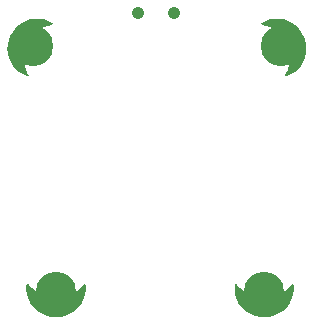
<source format=gbr>
G04 EAGLE Gerber RS-274X export*
G75*
%MOMM*%
%FSLAX34Y34*%
%LPD*%
%INSoldermask Bottom*%
%IPPOS*%
%AMOC8*
5,1,8,0,0,1.08239X$1,22.5*%
G01*
%ADD10C,3.419200*%
%ADD11C,1.053200*%

G36*
X255396Y3327D02*
X255396Y3327D01*
X255486Y3345D01*
X255550Y3348D01*
X259099Y4109D01*
X259185Y4141D01*
X259248Y4154D01*
X262639Y5449D01*
X262719Y5493D01*
X262780Y5516D01*
X265932Y7314D01*
X265946Y7325D01*
X265961Y7332D01*
X266010Y7373D01*
X266061Y7401D01*
X268902Y9661D01*
X268964Y9727D01*
X269016Y9767D01*
X271477Y12433D01*
X271529Y12508D01*
X271574Y12556D01*
X273599Y15568D01*
X273639Y15649D01*
X273676Y15703D01*
X275217Y18989D01*
X275243Y19076D01*
X275272Y19135D01*
X276292Y22618D01*
X276305Y22708D01*
X276324Y22770D01*
X276800Y26368D01*
X276799Y26460D01*
X276809Y26524D01*
X276729Y30152D01*
X276720Y30206D01*
X276721Y30260D01*
X276697Y30345D01*
X276683Y30433D01*
X276660Y30482D01*
X276646Y30534D01*
X276599Y30609D01*
X276561Y30690D01*
X276525Y30730D01*
X276497Y30776D01*
X276431Y30836D01*
X276373Y30903D01*
X276327Y30931D01*
X276287Y30968D01*
X276208Y31007D01*
X276133Y31055D01*
X276081Y31070D01*
X276032Y31094D01*
X275945Y31110D01*
X275860Y31135D01*
X275806Y31135D01*
X275753Y31145D01*
X275664Y31135D01*
X275576Y31136D01*
X275524Y31121D01*
X275470Y31115D01*
X275388Y31082D01*
X275302Y31058D01*
X275256Y31029D01*
X275206Y31009D01*
X275151Y30964D01*
X275061Y30907D01*
X274998Y30838D01*
X274947Y30796D01*
X272192Y27621D01*
X269068Y24918D01*
X265591Y22686D01*
X261833Y20972D01*
X257869Y19809D01*
X253780Y19222D01*
X249648Y19222D01*
X245559Y19809D01*
X241595Y20972D01*
X237837Y22686D01*
X234360Y24918D01*
X231236Y27621D01*
X228481Y30796D01*
X228440Y30831D01*
X228406Y30873D01*
X228333Y30924D01*
X228266Y30982D01*
X228217Y31005D01*
X228173Y31036D01*
X228089Y31064D01*
X228008Y31102D01*
X227955Y31110D01*
X227904Y31127D01*
X227815Y31132D01*
X227727Y31145D01*
X227674Y31138D01*
X227620Y31141D01*
X227533Y31120D01*
X227445Y31109D01*
X227396Y31088D01*
X227343Y31075D01*
X227266Y31031D01*
X227184Y30996D01*
X227143Y30962D01*
X227096Y30935D01*
X227034Y30872D01*
X226965Y30815D01*
X226935Y30771D01*
X226897Y30732D01*
X226855Y30654D01*
X226804Y30581D01*
X226787Y30530D01*
X226762Y30482D01*
X226748Y30412D01*
X226715Y30311D01*
X226711Y30217D01*
X226699Y30152D01*
X226619Y26524D01*
X226630Y26433D01*
X226628Y26368D01*
X227104Y22770D01*
X227128Y22682D01*
X227136Y22618D01*
X228156Y19135D01*
X228194Y19052D01*
X228211Y18989D01*
X229752Y15703D01*
X229802Y15627D01*
X229829Y15568D01*
X231854Y12556D01*
X231915Y12488D01*
X231951Y12433D01*
X234412Y9767D01*
X234483Y9709D01*
X234526Y9661D01*
X237367Y7401D01*
X237402Y7381D01*
X237423Y7361D01*
X237465Y7340D01*
X237496Y7314D01*
X240648Y5516D01*
X240733Y5482D01*
X240789Y5449D01*
X244180Y4154D01*
X244268Y4133D01*
X244329Y4109D01*
X247878Y3348D01*
X247968Y3341D01*
X248032Y3327D01*
X251655Y3116D01*
X251722Y3122D01*
X251773Y3116D01*
X255396Y3327D01*
G37*
G36*
X79120Y3327D02*
X79120Y3327D01*
X79210Y3345D01*
X79274Y3348D01*
X82823Y4109D01*
X82909Y4141D01*
X82972Y4154D01*
X86363Y5449D01*
X86443Y5493D01*
X86504Y5516D01*
X89656Y7314D01*
X89670Y7325D01*
X89685Y7332D01*
X89734Y7373D01*
X89785Y7401D01*
X92626Y9661D01*
X92688Y9727D01*
X92740Y9767D01*
X95201Y12433D01*
X95253Y12508D01*
X95298Y12556D01*
X97323Y15568D01*
X97363Y15649D01*
X97400Y15703D01*
X98941Y18989D01*
X98967Y19076D01*
X98996Y19135D01*
X100016Y22618D01*
X100029Y22708D01*
X100048Y22770D01*
X100524Y26368D01*
X100523Y26460D01*
X100533Y26524D01*
X100453Y30152D01*
X100444Y30206D01*
X100445Y30260D01*
X100421Y30345D01*
X100407Y30433D01*
X100384Y30482D01*
X100370Y30534D01*
X100323Y30609D01*
X100285Y30690D01*
X100249Y30730D01*
X100221Y30776D01*
X100155Y30836D01*
X100097Y30903D01*
X100051Y30931D01*
X100011Y30968D01*
X99932Y31007D01*
X99857Y31055D01*
X99805Y31070D01*
X99756Y31094D01*
X99669Y31110D01*
X99584Y31135D01*
X99530Y31135D01*
X99477Y31145D01*
X99388Y31135D01*
X99300Y31136D01*
X99248Y31121D01*
X99194Y31115D01*
X99112Y31082D01*
X99026Y31058D01*
X98980Y31029D01*
X98930Y31009D01*
X98875Y30964D01*
X98785Y30907D01*
X98722Y30838D01*
X98671Y30796D01*
X95916Y27621D01*
X92792Y24918D01*
X89315Y22686D01*
X85557Y20972D01*
X81593Y19809D01*
X77504Y19222D01*
X73372Y19222D01*
X69283Y19809D01*
X65319Y20972D01*
X61561Y22686D01*
X58084Y24918D01*
X54960Y27621D01*
X52205Y30796D01*
X52164Y30831D01*
X52130Y30873D01*
X52057Y30924D01*
X51990Y30982D01*
X51941Y31005D01*
X51897Y31036D01*
X51813Y31064D01*
X51732Y31102D01*
X51679Y31110D01*
X51628Y31127D01*
X51539Y31132D01*
X51451Y31145D01*
X51398Y31138D01*
X51344Y31141D01*
X51257Y31120D01*
X51169Y31109D01*
X51120Y31088D01*
X51067Y31075D01*
X50990Y31031D01*
X50908Y30996D01*
X50867Y30962D01*
X50820Y30935D01*
X50758Y30872D01*
X50689Y30815D01*
X50659Y30771D01*
X50621Y30732D01*
X50579Y30654D01*
X50528Y30581D01*
X50511Y30530D01*
X50486Y30482D01*
X50472Y30412D01*
X50439Y30311D01*
X50435Y30217D01*
X50423Y30152D01*
X50343Y26524D01*
X50354Y26433D01*
X50352Y26368D01*
X50828Y22770D01*
X50852Y22682D01*
X50860Y22618D01*
X51880Y19135D01*
X51918Y19052D01*
X51935Y18989D01*
X53476Y15703D01*
X53526Y15627D01*
X53553Y15568D01*
X55578Y12556D01*
X55639Y12488D01*
X55675Y12433D01*
X58136Y9767D01*
X58207Y9709D01*
X58250Y9661D01*
X61091Y7401D01*
X61126Y7381D01*
X61147Y7361D01*
X61189Y7340D01*
X61220Y7314D01*
X64372Y5516D01*
X64457Y5482D01*
X64513Y5449D01*
X67904Y4154D01*
X67992Y4133D01*
X68053Y4109D01*
X71602Y3348D01*
X71692Y3341D01*
X71756Y3327D01*
X75379Y3116D01*
X75446Y3122D01*
X75497Y3116D01*
X79120Y3327D01*
G37*
G36*
X51235Y207118D02*
X51235Y207118D01*
X51324Y207119D01*
X51376Y207134D01*
X51430Y207140D01*
X51512Y207174D01*
X51597Y207199D01*
X51642Y207229D01*
X51692Y207249D01*
X51762Y207305D01*
X51836Y207353D01*
X51872Y207393D01*
X51914Y207427D01*
X51965Y207499D01*
X52024Y207566D01*
X52047Y207615D01*
X52078Y207659D01*
X52107Y207743D01*
X52145Y207823D01*
X52154Y207877D01*
X52171Y207928D01*
X52176Y208016D01*
X52190Y208104D01*
X52184Y208158D01*
X52186Y208212D01*
X52168Y208281D01*
X52156Y208386D01*
X52119Y208472D01*
X52102Y208537D01*
X50389Y212375D01*
X49260Y216349D01*
X48707Y220443D01*
X48741Y224574D01*
X49363Y228658D01*
X50558Y232612D01*
X52304Y236356D01*
X54565Y239814D01*
X57294Y242915D01*
X60436Y245597D01*
X60825Y245843D01*
X62431Y246858D01*
X62431Y246859D01*
X63928Y247805D01*
X67698Y249494D01*
X71740Y250650D01*
X71789Y250671D01*
X71842Y250685D01*
X71918Y250729D01*
X71999Y250765D01*
X72041Y250800D01*
X72088Y250827D01*
X72149Y250891D01*
X72217Y250948D01*
X72247Y250993D01*
X72284Y251032D01*
X72326Y251111D01*
X72375Y251185D01*
X72391Y251236D01*
X72417Y251284D01*
X72435Y251371D01*
X72462Y251455D01*
X72463Y251509D01*
X72474Y251562D01*
X72467Y251651D01*
X72470Y251740D01*
X72456Y251792D01*
X72452Y251846D01*
X72421Y251929D01*
X72398Y252015D01*
X72371Y252061D01*
X72352Y252112D01*
X72299Y252183D01*
X72254Y252260D01*
X72214Y252297D01*
X72182Y252340D01*
X72124Y252382D01*
X72047Y252455D01*
X71964Y252497D01*
X71910Y252536D01*
X68655Y254142D01*
X68568Y254170D01*
X68510Y254200D01*
X65048Y255289D01*
X64959Y255304D01*
X64897Y255324D01*
X61309Y255872D01*
X61218Y255873D01*
X61153Y255883D01*
X57524Y255876D01*
X57434Y255863D01*
X57369Y255863D01*
X53783Y255301D01*
X53696Y255274D01*
X53632Y255265D01*
X50174Y254161D01*
X50092Y254121D01*
X50030Y254102D01*
X46782Y252483D01*
X46707Y252431D01*
X46648Y252403D01*
X43686Y250306D01*
X43620Y250243D01*
X43566Y250206D01*
X40959Y247681D01*
X40904Y247609D01*
X40856Y247564D01*
X38666Y244670D01*
X38622Y244590D01*
X38582Y244539D01*
X36860Y241344D01*
X36837Y241281D01*
X36810Y241237D01*
X35470Y237865D01*
X35448Y237776D01*
X35423Y237716D01*
X34614Y234178D01*
X34606Y234087D01*
X34591Y234024D01*
X34332Y230404D01*
X34339Y230313D01*
X34333Y230248D01*
X34631Y226631D01*
X34651Y226542D01*
X34655Y226477D01*
X35502Y222948D01*
X35536Y222863D01*
X35550Y222800D01*
X36927Y219441D01*
X36973Y219363D01*
X36997Y219302D01*
X38871Y216194D01*
X38928Y216123D01*
X38961Y216067D01*
X41288Y213282D01*
X41356Y213221D01*
X41397Y213171D01*
X44122Y210774D01*
X44198Y210724D01*
X44247Y210680D01*
X47307Y208728D01*
X47390Y208690D01*
X47444Y208655D01*
X50766Y207194D01*
X50818Y207179D01*
X50867Y207156D01*
X50955Y207141D01*
X51040Y207117D01*
X51094Y207117D01*
X51147Y207108D01*
X51235Y207118D01*
G37*
G36*
X270672Y207114D02*
X270672Y207114D01*
X270726Y207111D01*
X270796Y207129D01*
X270901Y207141D01*
X270987Y207177D01*
X271052Y207194D01*
X274374Y208655D01*
X274451Y208703D01*
X274511Y208728D01*
X277571Y210680D01*
X277640Y210739D01*
X277696Y210774D01*
X280421Y213171D01*
X280480Y213240D01*
X280530Y213282D01*
X282857Y216067D01*
X282905Y216145D01*
X282947Y216194D01*
X284821Y219302D01*
X284857Y219386D01*
X284891Y219441D01*
X286268Y222800D01*
X286290Y222888D01*
X286316Y222948D01*
X287163Y226477D01*
X287171Y226568D01*
X287187Y226631D01*
X287485Y230248D01*
X287480Y230339D01*
X287486Y230404D01*
X287227Y234024D01*
X287208Y234113D01*
X287204Y234178D01*
X286395Y237716D01*
X286362Y237801D01*
X286348Y237865D01*
X285008Y241237D01*
X284974Y241296D01*
X284958Y241344D01*
X283236Y244539D01*
X283182Y244612D01*
X283152Y244670D01*
X280962Y247564D01*
X280897Y247628D01*
X280859Y247681D01*
X278252Y250206D01*
X278178Y250260D01*
X278132Y250306D01*
X275170Y252403D01*
X275089Y252444D01*
X275036Y252483D01*
X271788Y254102D01*
X271701Y254131D01*
X271644Y254161D01*
X268186Y255265D01*
X268097Y255280D01*
X268035Y255301D01*
X264449Y255863D01*
X264358Y255865D01*
X264294Y255876D01*
X260665Y255883D01*
X260574Y255871D01*
X260509Y255872D01*
X256921Y255324D01*
X256834Y255298D01*
X256770Y255289D01*
X253308Y254200D01*
X253225Y254161D01*
X253163Y254142D01*
X249908Y252536D01*
X249864Y252506D01*
X249814Y252484D01*
X249747Y252426D01*
X249673Y252376D01*
X249639Y252334D01*
X249598Y252299D01*
X249549Y252225D01*
X249492Y252157D01*
X249471Y252107D01*
X249441Y252062D01*
X249414Y251978D01*
X249379Y251896D01*
X249372Y251843D01*
X249356Y251791D01*
X249354Y251702D01*
X249342Y251614D01*
X249350Y251561D01*
X249349Y251507D01*
X249372Y251421D01*
X249385Y251333D01*
X249408Y251284D01*
X249422Y251232D01*
X249467Y251156D01*
X249504Y251075D01*
X249540Y251034D01*
X249567Y250988D01*
X249632Y250927D01*
X249690Y250860D01*
X249736Y250831D01*
X249775Y250794D01*
X249840Y250763D01*
X249929Y250705D01*
X250018Y250678D01*
X250078Y250650D01*
X254120Y249494D01*
X257890Y247805D01*
X261382Y245597D01*
X264524Y242915D01*
X267253Y239814D01*
X269514Y236356D01*
X271260Y232612D01*
X272455Y228658D01*
X273077Y224574D01*
X273111Y220443D01*
X272558Y216349D01*
X271429Y212375D01*
X269716Y208537D01*
X269701Y208485D01*
X269677Y208436D01*
X269662Y208349D01*
X269637Y208263D01*
X269638Y208209D01*
X269628Y208156D01*
X269638Y208068D01*
X269638Y207979D01*
X269653Y207927D01*
X269659Y207873D01*
X269693Y207791D01*
X269717Y207706D01*
X269746Y207660D01*
X269767Y207610D01*
X269822Y207541D01*
X269869Y207466D01*
X269910Y207430D01*
X269943Y207387D01*
X270015Y207336D01*
X270082Y207277D01*
X270131Y207254D01*
X270174Y207222D01*
X270258Y207193D01*
X270338Y207154D01*
X270392Y207146D01*
X270443Y207128D01*
X270531Y207122D01*
X270619Y207108D01*
X270672Y207114D01*
G37*
D10*
X75438Y24130D03*
X251714Y24130D03*
X55880Y232410D03*
X265938Y232410D03*
D11*
X145020Y260350D03*
X175020Y260350D03*
M02*

</source>
